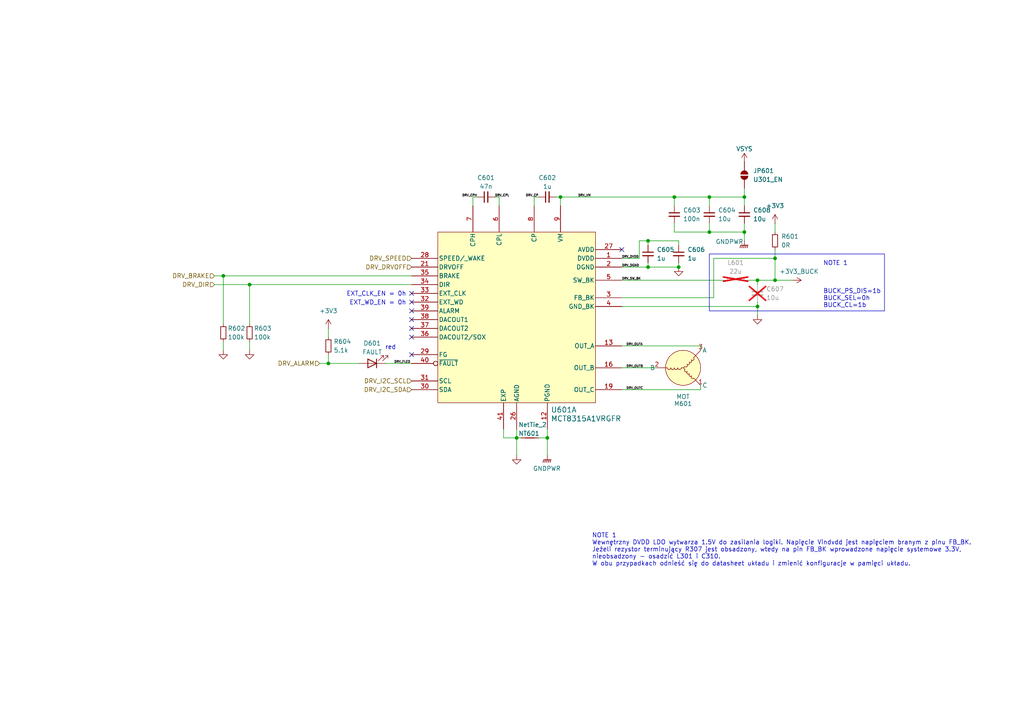
<source format=kicad_sch>
(kicad_sch (version 20231120) (generator "eeschema") (generator_version "8.0")
  (paper "A4")
  (title_block (title " SynchGaze - Motor Control") (date "2024-09-21") (rev "1.0") (company "WM"))
  (lib_symbols
    (symbol "BLDC_Motor:BLDC_Motor"
      (property "Reference" "M" (at 0 6.858 0))
      (symbol "BLDC_Motor_1_1"
        (arc (start -4.062 0.508) (mid -4.4225 0.3599) (end -4.57 0))
        (arc (start -3.554 0) (mid -3.7027 0.3599) (end -4.062 0.508))
        (arc (start -3.044 0.508) (mid -3.4032 0.3592) (end -3.552 0))
        (arc (start -2.536 0) (mid -2.6848 0.3592) (end -3.044 0.508))
        (arc (start -2.028 0.508) (mid -2.3911 0.3614) (end -2.536 0))
        (arc (start -1.52 0) (mid -1.669 0.3578) (end -2.028 0.508))
        (arc (start -1.012 0.508) (mid -1.3725 0.3599) (end -1.52 0))
        (arc (start -0.504 0) (mid -0.6527 0.3599) (end -1.012 0.508))
        (polyline (pts (xy -4.572 0) (xy -7.62 0)))
        (polyline (pts (xy -0.508 0) (xy 0.127 0)))
        (polyline (pts (xy 0.4445 -0.3175) (xy 0.127 0)))
        (polyline (pts (xy 0.508 0.381) (xy 0.127 0)))
        (polyline (pts (xy 3.048 -2.921) (xy 5.08 -5.08)))
        (polyline (pts (xy 3.175 3.048) (xy 5.08 5.08)))
        (circle (center 0 0) (radius 5.08) (fill (type background)))
        (arc (start 0.5715 1.0795) (mid 0.44 0.762) (end 0.5715 0.4445))
        (arc (start 1.143 -1.016) (mid 1.2745 -0.6985) (end 1.143 -0.381))
        (arc (start 1.143 -0.381) (mid 0.8252 -0.2494) (end 0.508 -0.381))
        (arc (start 1.2065 1.0795) (mid 0.889 1.211) (end 0.5715 1.0795))
        (arc (start 1.211 1.712) (mid 1.0799 1.3953) (end 1.211 1.077))
        (arc (start 1.7755 -1.6555) (mid 1.907 -1.338) (end 1.7755 -1.0205))
        (arc (start 1.7755 -1.0205) (mid 1.4579 -0.8891) (end 1.1405 -1.0205))
        (arc (start 1.846 1.712) (mid 1.5285 1.8435) (end 1.211 1.712))
        (arc (start 1.846 2.347) (mid 1.7149 2.0303) (end 1.846 1.712))
        (arc (start 2.4105 -2.2905) (mid 2.542 -1.973) (end 2.4105 -1.6555))
        (arc (start 2.4105 -1.6555) (mid 2.0934 -1.5243) (end 1.7755 -1.6555))
        (arc (start 2.481 2.347) (mid 2.1635 2.4785) (end 1.846 2.347))
        (arc (start 2.481 2.982) (mid 2.3499 2.6653) (end 2.481 2.347))
        (arc (start 3.0455 -2.9255) (mid 3.177 -2.608) (end 3.0455 -2.2905))
        (arc (start 3.0455 -2.2905) (mid 2.7279 -2.1591) (end 2.4105 -2.2905))
        (arc (start 3.116 2.982) (mid 2.7985 3.1135) (end 2.481 2.982))
        (pin power_in line (at 5.08 5.08 0) (length 0) (name "C") (number "1"))
        (pin power_in line (at -7.62 0 180) (length 0) (name "B") (number "2"))
        (pin power_in line (at 5.08 -5.08 0) (length 0) (name "A") (number "3"))
      )
    )
    (symbol "Device:C_Small" (pin_numbers hide) (pin_names (offset 0.254) hide)
      (property "Reference" "C" (at 0.254 1.778 0))
      (property "Value" "C_Small" (at 0.254 -2.032 0))
      (symbol "C_Small_0_1"
        (polyline (pts (xy -1.524 -0.508) (xy 1.524 -0.508)) (stroke (width 0.3302)))
        (polyline (pts (xy -1.524 0.508) (xy 1.524 0.508)) (stroke (width 0.3048)))
      )
      (symbol "C_Small_1_1"
        (pin passive line (at 0 2.54 270) (length 2.032) (name "~") (number "1"))
        (pin passive line (at 0 -2.54 90) (length 2.032) (name "~") (number "2"))
      )
    )
    (symbol "Device:L" (pin_numbers hide) (pin_names (offset 1.016) hide)
      (property "Reference" "L" (at -1.27 0 90))
      (property "Value" "L" (at 1.905 0 90))
      (symbol "L_0_1"
        (arc (start 0 -2.54) (mid 0.6323 -1.905) (end 0 -1.27))
        (arc (start 0 -1.27) (mid 0.6323 -0.635) (end 0 0))
        (arc (start 0 0) (mid 0.6323 0.635) (end 0 1.27))
        (arc (start 0 1.27) (mid 0.6323 1.905) (end 0 2.54))
      )
      (symbol "L_1_1"
        (pin passive line (at 0 3.81 270) (length 1.27) (name "1") (number "1"))
        (pin passive line (at 0 -3.81 90) (length 1.27) (name "2") (number "2"))
      )
    )
    (symbol "Device:LED" (pin_numbers hide) (pin_names (offset 1.016) hide)
      (property "Reference" "D" (at 0 2.54 0))
      (property "Value" "LED" (at 0 -2.54 0))
      (symbol "LED_0_1"
        (polyline (pts (xy -1.27 -1.27) (xy -1.27 1.27)) (stroke (width 0.254)))
        (polyline (pts (xy -1.27 0) (xy 1.27 0)))
        (polyline (pts (xy 1.27 -1.27) (xy 1.27 1.27) (xy -1.27 0) (xy 1.27 -1.27)) (stroke (width 0.254)))
        (polyline (pts (xy -3.048 -0.762) (xy -4.572 -2.286) (xy -3.81 -2.286) (xy -4.572 -2.286) (xy -4.572 -1.524)))
        (polyline (pts (xy -1.778 -0.762) (xy -3.302 -2.286) (xy -2.54 -2.286) (xy -3.302 -2.286) (xy -3.302 -1.524)))
      )
      (symbol "LED_1_1"
        (pin passive line (at -3.81 0 0) (length 2.54) (name "K") (number "1"))
        (pin passive line (at 3.81 0 180) (length 2.54) (name "A") (number "2"))
      )
    )
    (symbol "Device:NetTie_2" (pin_numbers hide) (pin_names (offset 0) hide) (in_bom no)
      (property "Reference" "NT" (at 0 1.27 0))
      (property "Value" "NetTie_2" (at 0 -1.27 0))
      (symbol "NetTie_2_0_1"
        (polyline (pts (xy -1.27 0) (xy 1.27 0)) (stroke (width 0.254)))
      )
      (symbol "NetTie_2_1_1"
        (pin passive line (at -2.54 0 0) (length 2.54) (name "1") (number "1"))
        (pin passive line (at 2.54 0 180) (length 2.54) (name "2") (number "2"))
      )
    )
    (symbol "Device:R_Small" (pin_numbers hide) (pin_names (offset 0.254) hide)
      (property "Reference" "R" (at 0.762 0.508 0))
      (property "Value" "R_Small" (at 0.762 -1.016 0))
      (symbol "R_Small_0_1"
        (rectangle (start -0.762 1.778) (end 0.762 -1.778) (stroke (width 0.2032)))
      )
      (symbol "R_Small_1_1"
        (pin passive line (at 0 2.54 270) (length 0.762) (name "~") (number "1"))
        (pin passive line (at 0 -2.54 90) (length 0.762) (name "~") (number "2"))
      )
    )
    (symbol "Jumper:SolderJumper_2_Open" (pin_numbers hide) (pin_names (offset 0) hide) (exclude_from_sim yes) (in_bom no)
      (property "Reference" "JP" (at 0 2.032 0))
      (property "Value" "SolderJumper_2_Open" (at 0 -2.54 0))
      (symbol "SolderJumper_2_Open_0_1"
        (arc (start -0.254 1.016) (mid -1.2656 0) (end -0.254 -1.016))
        (arc (start -0.254 1.016) (mid -1.2656 0) (end -0.254 -1.016) (fill (type outline)))
        (polyline (pts (xy -0.254 1.016) (xy -0.254 -1.016)))
        (polyline (pts (xy 0.254 1.016) (xy 0.254 -1.016)))
        (arc (start 0.254 -1.016) (mid 1.2656 0) (end 0.254 1.016))
        (arc (start 0.254 -1.016) (mid 1.2656 0) (end 0.254 1.016) (fill (type outline)))
      )
      (symbol "SolderJumper_2_Open_1_1"
        (pin passive line (at -3.81 0 0) (length 2.54) (name "A") (number "1"))
        (pin passive line (at 3.81 0 180) (length 2.54) (name "B") (number "2"))
      )
    )
    (symbol "MCT8315A1VRGFR:MCT8315A1VRGFR" (pin_names (offset 0.254))
      (property "Reference" "U" (at 12.7 34.29 0))
      (property "Value" "MCT8315A1VRGFR" (at 0.762 35.56 0))
      (symbol "MCT8315A1VRGFR_1_1"
        (rectangle (start -22.86 21.59) (end 22.86 -27.94) (fill (type background)))
        (pin power_in line (at 30.48 13.97 180) (length 7.62) (name "DVDD") (number "1"))
        (pin power_in line (at 12.7 29.21 270) (length 7.62) hide (name "VM") (number "10"))
        (pin power_in line (at 12.7 29.21 270) (length 7.62) hide (name "VM") (number "11"))
        (pin power_out line (at 8.89 -35.56 90) (length 7.62) (name "PGND") (number "12"))
        (pin output line (at 30.48 -11.43 180) (length 7.62) (name "OUT_A") (number "13"))
        (pin output line (at 30.48 -11.43 180) (length 7.62) hide (name "OUT_A") (number "14"))
        (pin power_out line (at 8.89 -35.56 90) (length 7.62) hide (name "PGND") (number "15"))
        (pin output line (at 30.48 -17.78 180) (length 7.62) (name "OUT_B") (number "16"))
        (pin output line (at 30.48 -17.78 180) (length 7.62) hide (name "OUT_B") (number "17"))
        (pin power_out line (at 8.89 -35.56 90) (length 7.62) hide (name "PGND") (number "18"))
        (pin output line (at 30.48 -24.13 180) (length 7.62) (name "OUT_C") (number "19"))
        (pin power_out line (at 30.48 11.43 180) (length 7.62) (name "DGND") (number "2"))
        (pin output line (at 30.48 -24.13 180) (length 7.62) hide (name "OUT_C") (number "20"))
        (pin input line (at -30.48 11.43 0) (length 7.62) (name "DRVOFF") (number "21"))
        (pin no_connect line (at 15.24 -35.56 90) (length 7.62) hide (name "NC") (number "22"))
        (pin no_connect line (at 15.24 -35.56 90) (length 7.62) hide (name "NC") (number "23"))
        (pin no_connect line (at 15.24 -35.56 90) (length 7.62) hide (name "NC") (number "24"))
        (pin no_connect line (at 15.24 -35.56 90) (length 7.62) hide (name "NC") (number "25"))
        (pin power_out line (at 0 -35.56 90) (length 7.62) (name "AGND") (number "26"))
        (pin power_out line (at 30.48 16.51 180) (length 7.62) (name "AVDD") (number "27"))
        (pin input line (at -30.48 13.97 0) (length 7.62) (name "SPEED/_WAKE") (number "28"))
        (pin output line (at -30.48 -13.97 0) (length 7.62) (name "FG") (number "29"))
        (pin bidirectional line (at 30.48 2.54 180) (length 7.62) (name "FB_BK") (number "3"))
        (pin bidirectional line (at -30.48 -24.13 0) (length 7.62) (name "SDA") (number "30"))
        (pin input line (at -30.48 -21.59 0) (length 7.62) (name "SCL") (number "31"))
        (pin power_in line (at -30.48 1.27 0) (length 7.62) (name "EXT_WD") (number "32"))
        (pin input line (at -30.48 3.81 0) (length 7.62) (name "EXT_CLK") (number "33"))
        (pin input line (at -30.48 6.35 0) (length 7.62) (name "DIR") (number "34"))
        (pin input line (at -30.48 8.89 0) (length 7.62) (name "BRAKE") (number "35"))
        (pin output line (at -30.48 -8.89 0) (length 7.62) (name "DACOUT2/SOX") (number "36"))
        (pin output line (at -30.48 -6.35 0) (length 7.62) (name "DACOUT2") (number "37"))
        (pin output line (at -30.48 -3.81 0) (length 7.62) (name "DACOUT1") (number "38"))
        (pin output line (at -30.48 -1.27 0) (length 7.62) (name "ALARM") (number "39"))
        (pin power_out line (at 30.48 0 180) (length 7.62) (name "GND_BK") (number "4"))
        (pin output inverted (at -30.48 -16.51 0) (length 7.62) (name "~{FAULT}") (number "40"))
        (pin power_out line (at -3.81 -35.56 90) (length 7.62) (name "EXP") (number "41"))
        (pin power_in line (at 30.48 7.62 180) (length 7.62) (name "SW_BK") (number "5"))
        (pin input line (at -5.08 29.21 270) (length 7.62) (name "CPL") (number "6"))
        (pin power_in line (at -12.7 29.21 270) (length 7.62) (name "CPH") (number "7"))
        (pin power_in line (at 5.08 29.21 270) (length 7.62) (name "CP") (number "8"))
        (pin power_in line (at 12.7 29.21 270) (length 7.62) (name "VM") (number "9"))
      )
      (symbol "MCT8315A1VRGFR_2_1"
        (polyline (pts (xy 7.62 -45.72) (xy 33.02 -45.72)) (stroke (width 0.127)))
        (polyline (pts (xy 7.62 5.08) (xy 7.62 -45.72)) (stroke (width 0.127)))
        (polyline (pts (xy 33.02 -45.72) (xy 33.02 5.08)) (stroke (width 0.127)))
        (polyline (pts (xy 33.02 5.08) (xy 7.62 5.08)) (stroke (width 0.127)))
        (pin power_in line (at 0 -12.7 0) (length 7.62) (name "DVDD") (number "1"))
        (pin power_out line (at 0 -35.56 0) (length 7.62) (name "PGND") (number "12"))
        (pin power_out line (at 0 -38.1 0) (length 7.62) (name "PGND") (number "15"))
        (pin power_out line (at 0 -40.64 0) (length 7.62) (name "PGND") (number "18"))
        (pin power_out line (at 0 -25.4 0) (length 7.62) (name "DGND") (number "2"))
        (pin no_connect line (at 0 0 0) (length 7.62) (name "NC") (number "22"))
        (pin no_connect line (at 0 -2.54 0) (length 7.62) (name "NC") (number "23"))
        (pin no_connect line (at 0 -5.08 0) (length 7.62) (name "NC") (number "24"))
        (pin no_connect line (at 0 -7.62 0) (length 7.62) (name "NC") (number "25"))
        (pin power_out line (at 0 -17.78 0) (length 7.62) (name "AGND") (number "26"))
        (pin power_in line (at 0 -10.16 0) (length 7.62) (name "AVDD") (number "27"))
        (pin power_out line (at 0 -30.48 0) (length 7.62) (name "GND_BK") (number "4"))
        (pin power_out line (at 0 -20.32 0) (length 7.62) (name "AGND") (number "41"))
      )
    )
    (symbol "power:+3V3" (power) (pin_numbers hide) (pin_names (offset 0) hide)
      (property "Value" "+3V3" (at 0 3.556 0))
      (symbol "+3V3_0_1"
        (polyline (pts (xy -0.762 1.27) (xy 0 2.54)))
        (polyline (pts (xy 0 0) (xy 0 2.54)))
        (polyline (pts (xy 0 2.54) (xy 0.762 1.27)))
      )
      (symbol "+3V3_1_1"
        (pin power_in line (at 0 0 90) (length 0) (name "~") (number "1"))
      )
    )
    (symbol "power:+6V" (power) (pin_numbers hide) (pin_names (offset 0) hide)
      (property "Value" "+6V" (at 0 3.556 0))
      (symbol "+6V_0_1"
        (polyline (pts (xy -0.762 1.27) (xy 0 2.54)))
        (polyline (pts (xy 0 0) (xy 0 2.54)))
        (polyline (pts (xy 0 2.54) (xy 0.762 1.27)))
      )
      (symbol "+6V_1_1"
        (pin power_in line (at 0 0 90) (length 0) (name "~") (number "1"))
      )
    )
    (symbol "power:GND" (power) (pin_numbers hide) (pin_names (offset 0) hide)
      (property "Value" "GND" (at 0 -3.81 0))
      (symbol "GND_0_1"
        (polyline (pts (xy 0 0) (xy 0 -1.27) (xy 1.27 -1.27) (xy 0 -2.54) (xy -1.27 -1.27) (xy 0 -1.27)))
      )
      (symbol "GND_1_1"
        (pin power_in line (at 0 0 270) (length 0) (name "~") (number "1"))
      )
    )
    (symbol "power:GNDPWR" (power) (pin_numbers hide) (pin_names (offset 0) hide)
      (property "Value" "GNDPWR" (at 0 -3.302 0))
      (symbol "GNDPWR_0_1"
        (polyline (pts (xy 0 -1.27) (xy 0 0)))
        (polyline (pts (xy -1.016 -1.27) (xy -1.27 -2.032) (xy -1.27 -2.032)) (stroke (width 0.2032)))
        (polyline (pts (xy -0.508 -1.27) (xy -0.762 -2.032) (xy -0.762 -2.032)) (stroke (width 0.2032)))
        (polyline (pts (xy 0 -1.27) (xy -0.254 -2.032) (xy -0.254 -2.032)) (stroke (width 0.2032)))
        (polyline (pts (xy 0.508 -1.27) (xy 0.254 -2.032) (xy 0.254 -2.032)) (stroke (width 0.2032)))
        (polyline (pts (xy 1.016 -1.27) (xy -1.016 -1.27) (xy -1.016 -1.27)) (stroke (width 0.2032)))
        (polyline (pts (xy 1.016 -1.27) (xy 0.762 -2.032) (xy 0.762 -2.032) (xy 0.762 -2.032)) (stroke (width 0.2032)))
      )
      (symbol "GNDPWR_1_1"
        (pin power_in line (at 0 0 270) (length 0) (name "~") (number "1"))
      )
    )
  )
  (junction (at 215.9 67.31))
  (junction (at 219.71 81.28))
  (junction (at 195.58 57.15))
  (junction (at 205.74 67.31))
  (junction (at 158.75 127))
  (junction (at 224.79 81.28))
  (junction (at 162.56 57.15))
  (junction (at 64.77 80.01))
  (junction (at 205.74 57.15))
  (junction (at 219.71 88.9))
  (junction (at 187.96 77.47))
  (junction (at 72.39 82.55))
  (junction (at 95.25 105.41))
  (junction (at 149.86 127))
  (junction (at 224.79 74.93))
  (junction (at 215.9 57.15))
  (junction (at 196.85 77.47))
  (junction (at 187.96 69.85))
  (no_connect (at 119.38 85.09))
  (no_connect (at 119.38 97.79))
  (no_connect (at 119.38 102.87))
  (no_connect (at 180.34 72.39))
  (no_connect (at 119.38 87.63))
  (no_connect (at 119.38 90.17))
  (no_connect (at 119.38 95.25))
  (no_connect (at 119.38 92.71))
  (wire (pts (xy 62.23 80.01) (xy 64.77 80.01)))
  (wire (pts (xy 72.39 82.55) (xy 119.38 82.55)))
  (wire (pts (xy 196.85 69.85) (xy 196.85 71.12)))
  (wire (pts (xy 64.77 80.01) (xy 119.38 80.01)))
  (wire (pts (xy 72.39 101.6) (xy 72.39 99.06)))
  (wire (pts (xy 185.42 74.93) (xy 185.42 69.85)))
  (wire (pts (xy 219.71 88.9) (xy 219.71 91.44)))
  (wire (pts (xy 224.79 72.39) (xy 224.79 74.93)))
  (wire (pts (xy 180.34 100.33) (xy 203.2 100.33)))
  (wire (pts (xy 195.58 67.31) (xy 205.74 67.31)))
  (wire (pts (xy 143.51 57.15) (xy 144.78 57.15)))
  (wire (pts (xy 154.94 57.15) (xy 156.21 57.15)))
  (wire (pts (xy 195.58 59.69) (xy 195.58 57.15)))
  (wire (pts (xy 205.74 67.31) (xy 205.74 64.77)))
  (wire (pts (xy 217.17 81.28) (xy 219.71 81.28)))
  (wire (pts (xy 72.39 82.55) (xy 72.39 93.98)))
  (wire (pts (xy 64.77 80.01) (xy 64.77 93.98)))
  (wire (pts (xy 187.96 76.2) (xy 187.96 77.47)))
  (wire (pts (xy 180.34 81.28) (xy 209.55 81.28)))
  (wire (pts (xy 180.34 106.68) (xy 190.5 106.68)))
  (wire (pts (xy 95.25 105.41) (xy 104.14 105.41)))
  (wire (pts (xy 138.43 57.15) (xy 137.16 57.15)))
  (wire (pts (xy 224.79 74.93) (xy 224.79 81.28)))
  (wire (pts (xy 215.9 67.31) (xy 205.74 67.31)))
  (wire (pts (xy 149.86 127) (xy 149.86 124.46)))
  (wire (pts (xy 137.16 57.15) (xy 137.16 59.69)))
  (wire (pts (xy 215.9 69.85) (xy 215.9 67.31)))
  (wire (pts (xy 207.01 86.36) (xy 207.01 74.93)))
  (wire (pts (xy 162.56 57.15) (xy 162.56 59.69)))
  (wire (pts (xy 154.94 59.69) (xy 154.94 57.15)))
  (wire (pts (xy 158.75 127) (xy 158.75 132.08)))
  (wire (pts (xy 161.29 57.15) (xy 162.56 57.15)))
  (wire (pts (xy 219.71 81.28) (xy 224.79 81.28)))
  (wire (pts (xy 219.71 81.28) (xy 219.71 82.55)))
  (wire (pts (xy 158.75 124.46) (xy 158.75 127)))
  (wire (pts (xy 215.9 57.15) (xy 205.74 57.15)))
  (wire (pts (xy 156.21 127) (xy 158.75 127)))
  (wire (pts (xy 207.01 74.93) (xy 224.79 74.93)))
  (wire (pts (xy 180.34 74.93) (xy 185.42 74.93)))
  (wire (pts (xy 219.71 87.63) (xy 219.71 88.9)))
  (wire (pts (xy 224.79 81.28) (xy 229.87 81.28)))
  (wire (pts (xy 95.25 102.87) (xy 95.25 105.41)))
  (wire (pts (xy 187.96 77.47) (xy 196.85 77.47)))
  (wire (pts (xy 149.86 127) (xy 149.86 132.08)))
  (wire (pts (xy 195.58 64.77) (xy 195.58 67.31)))
  (wire (pts (xy 151.13 127) (xy 149.86 127)))
  (wire (pts (xy 146.05 124.46) (xy 146.05 127)))
  (wire (pts (xy 205.74 59.69) (xy 205.74 57.15)))
  (wire (pts (xy 95.25 95.25) (xy 95.25 97.79)))
  (wire (pts (xy 64.77 101.6) (xy 64.77 99.06)))
  (wire (pts (xy 215.9 59.69) (xy 215.9 57.15)))
  (wire (pts (xy 203.2 111.76) (xy 203.2 113.03)))
  (wire (pts (xy 111.76 105.41) (xy 119.38 105.41)))
  (wire (pts (xy 185.42 69.85) (xy 187.96 69.85)))
  (wire (pts (xy 180.34 86.36) (xy 207.01 86.36)))
  (wire (pts (xy 92.71 105.41) (xy 95.25 105.41)))
  (wire (pts (xy 162.56 57.15) (xy 195.58 57.15)))
  (wire (pts (xy 187.96 69.85) (xy 196.85 69.85)))
  (wire (pts (xy 62.23 82.55) (xy 72.39 82.55)))
  (wire (pts (xy 195.58 57.15) (xy 205.74 57.15)))
  (wire (pts (xy 187.96 69.85) (xy 187.96 71.12)))
  (wire (pts (xy 215.9 64.77) (xy 215.9 67.31)))
  (wire (pts (xy 146.05 127) (xy 149.86 127)))
  (wire (pts (xy 180.34 88.9) (xy 219.71 88.9)))
  (wire (pts (xy 224.79 64.77) (xy 224.79 67.31)))
  (wire (pts (xy 180.34 77.47) (xy 187.96 77.47)))
  (wire (pts (xy 144.78 57.15) (xy 144.78 59.69)))
  (wire (pts (xy 180.34 113.03) (xy 203.2 113.03)))
  (wire (pts (xy 203.2 100.33) (xy 203.2 101.6)))
  (wire (pts (xy 196.85 77.47) (xy 196.85 76.2)))
  (wire (pts (xy 215.9 54.61) (xy 215.9 57.15)))
  (rectangle (start 205.74 73.66) (end 256.54 90.17))
  (text "EXT_CLK_EN = 0h" (at 117.856 85.344 0) (effects (font (size 1.27 1.27)) (justify right)))
  (text "NOTE 1\nWewnętrzny DVDD LDO wytwarza 1.5V do zasilania logiki. Napięcie Vindvdd jest napięciem branym z pinu FB_BK.\nJeżeli rezystor terminujący R307 jest obsadzony, wtedy na pin FB_BK wprowadzone napięcie systemowe 3.3V,\nnieobsadzony - osadzić L301 i C310.\nW obu przypadkach odnieść się do datasheet układu i zmienić konfiguracje w pamięci układu." (at 171.704 159.512 0) (effects (font (size 1.27 1.27)) (justify left)))
  (text "BUCK_PS_DIS=1b" (at 238.76 84.582 0) (effects (font (size 1.27 1.27)) (justify left)))
  (text "red" (at 113.284 100.838 0) (effects (font (size 1.27 1.27))))
  (text "BUCK_CL=1b" (at 238.76 88.646 0) (effects (font (size 1.27 1.27)) (justify left)))
  (text "BUCK_SEL=0h" (at 238.76 86.614 0) (effects (font (size 1.27 1.27)) (justify left)))
  (text "EXT_WD_EN = 0h" (at 117.856 87.884 0) (effects (font (size 1.27 1.27)) (justify right)))
  (text "NOTE 1" (at 238.76 76.454 0) (effects (font (size 1.27 1.27)) (justify left)))
  (label "DRV_FLED" (at 114.3 105.41 0) (effects (font (size 0.635 0.635))))
  (label "DRV_CP" (at 156.21 57.15 180) (effects (font (size 0.635 0.635))))
  (label "DRV_SW_BK" (at 180.34 81.28 0) (effects (font (size 0.635 0.635))))
  (label "DRV_VM" (at 167.64 57.15 0) (effects (font (size 0.635 0.635))))
  (label "DRV_OUTA" (at 181.61 100.33 0) (effects (font (size 0.635 0.635))))
  (label "DRV_CPH" (at 138.43 57.15 180) (effects (font (size 0.635 0.635))))
  (label "DRV_OUTB" (at 181.61 106.68 0) (effects (font (size 0.635 0.635))))
  (label "DRV_DVDD" (at 180.34 74.93 0) (effects (font (size 0.635 0.635))))
  (label "DRV_DGND" (at 180.34 77.47 0) (effects (font (size 0.635 0.635))))
  (label "DRV_OUTC" (at 181.61 113.03 0) (effects (font (size 0.635 0.635))))
  (label "DRV_CPL" (at 143.51 57.15 0) (effects (font (size 0.635 0.635))))
  (hierarchical_label "DRV_ALARM" (shape input) (at 92.71 105.41 180))
  (hierarchical_label "DRV_DIR" (shape input) (at 62.23 82.55 180))
  (hierarchical_label "DRV_I2C_SDA" (shape input) (at 119.38 113.03 180))
  (hierarchical_label "DRV_I2C_SCL" (shape input) (at 119.38 110.49 180))
  (hierarchical_label "DRV_SPEED" (shape input) (at 119.38 74.93 180))
  (hierarchical_label "DRV_DRVOFF" (shape input) (at 119.38 77.47 180))
  (hierarchical_label "DRV_BRAKE" (shape input) (at 62.23 80.01 180))
  (symbol (lib_id "power:GND") (at 72.39 101.6 0) (unit 1)
    (property "Reference" "#PWR0608" (effects (hide yes)))
    (property "Value" "GND" (effects (hide yes)))
    (property "Description" "Power symbol creates a global label with name \"GND\" , ground" (effects (hide yes)))
    (instances (project "POV_Motor_crtl" (path "" (reference "#PWR0608") (unit 1)) (path "" (reference "#PWR0308") (unit 1)) (path "" (reference "#PWR0509") (unit 1))))
  )
  (symbol (lib_id "Device:C_Small") (at 195.58 62.23 0) (unit 1)
    (property "Reference" "C603" (at 198.12 60.9662 0) (effects (justify left)))
    (property "Value" "100n" (at 198.12 63.5062 0) (effects (justify left)))
    (property "Footprint" "Capacitor_SMD:C_0402_1005Metric" (effects (hide yes)))
    (property "Description" "Unpolarized capacitor, small symbol" (effects (hide yes)))
    (property "Mouser" "https://www.mouser.pl/ProductDetail/Samsung-Electro-Mechanics/CL05B104JO5NNNC?qs=X6jEic%2FHinBQuzCETW%2FVcw%3D%3D" (effects (hide yes)))
    (property "Manufacturer" "Samsung Electro-Mechanics" (effects (hide yes)))
    (property "Manufacturer Part Number" "CL05B104JO5NNNC" (effects (hide yes)))
    (instances (project "POV_Motor_crtl" (path "" (reference "C603") (unit 1)) (path "" (reference "C303") (unit 1)) (path "" (reference "C503") (unit 1))))
  )
  (symbol (lib_id "Device:C_Small") (at 215.9 62.23 0) (unit 1)
    (property "Reference" "C608" (at 218.44 60.9662 0) (effects (justify left)))
    (property "Value" "10u" (at 218.44 63.5062 0) (effects (justify left)))
    (property "Footprint" "Capacitor_SMD:C_1206_3216Metric" (effects (hide yes)))
    (property "Description" "Unpolarized capacitor, small symbol" (effects (hide yes)))
    (property "Manufacturer" "Samsung Electro-Mechanics" (effects (hide yes)))
    (property "Manufacturer Part Number" "CL31B106KAHNFNE" (effects (hide yes)))
    (property "Mouser" "https://www.mouser.pl/ProductDetail/Samsung-Electro-Mechanics/CL31B106KAHNFNE?qs=xZ%2FP%252Ba9zWqbvZ%2FuLWvQDdQ%3D%3D" (effects (hide yes)))
    (instances (project "POV_Motor_crtl" (path "" (reference "C608") (unit 1)) (path "" (reference "C308") (unit 1)) (path "" (reference "C505") (unit 1))))
  )
  (symbol (lib_id "Device:R_Small") (at 64.77 96.52 0) (mirror y) (unit 1)
    (property "Reference" "R602" (at 66.04 95.25 0) (effects (justify right)))
    (property "Value" "100k" (at 66.04 97.79 0) (effects (justify right)))
    (property "Footprint" "Resistor_SMD:R_0402_1005Metric" (effects (hide yes)))
    (property "Description" "Resistor, small symbol" (effects (hide yes)))
    (property "Manufacturer" "Walsin" (effects (hide yes)))
    (property "Manufacturer Part Number" "WR04X104 JTL" (effects (hide yes)))
    (property "Mouser" "https://www.mouser.pl/ProductDetail/Walsin/WR04X104-JTL?qs=1w%252B2sDiFrrF3PzIH6ZC8tw%3D%3D" (effects (hide yes)))
    (instances (project "POV_Motor_crtl" (path "" (reference "R602") (unit 1)) (path "" (reference "R302") (unit 1)) (path "" (reference "R502") (unit 1))))
  )
  (symbol (lib_id "power:+3V3") (at 229.87 81.28 270) (unit 1)
    (property "Reference" "#PWR0604" (effects (hide yes)))
    (property "Value" "+3V3_BUCK" (at 226.06 78.74 90) (effects (justify left)))
    (property "Description" "Power symbol creates a global label with name \"+3V3\"" (effects (hide yes)))
    (instances (project "POV_Motor_crtl" (path "" (reference "#PWR0604") (unit 1)) (path "" (reference "#PWR0304") (unit 1)) (path "" (reference "#PWR0505") (unit 1))))
  )
  (symbol (lib_id "power:GND") (at 64.77 101.6 0) (unit 1)
    (property "Reference" "#PWR0607" (effects (hide yes)))
    (property "Value" "GND" (effects (hide yes)))
    (property "Description" "Power symbol creates a global label with name \"GND\" , ground" (effects (hide yes)))
    (instances (project "POV_Motor_crtl" (path "" (reference "#PWR0607") (unit 1)) (path "" (reference "#PWR0307") (unit 1)) (path "" (reference "#PWR0508") (unit 1))))
  )
  (symbol (lib_id "Device:R_Small") (at 95.25 100.33 0) (unit 1)
    (property "Reference" "R604" (at 96.774 99.06 0) (effects (justify left)))
    (property "Value" "5.1k" (at 96.774 101.6 0) (effects (justify left)))
    (property "Footprint" "Resistor_SMD:R_0402_1005Metric" (effects (hide yes)))
    (property "Description" "Resistor, small symbol" (effects (hide yes)))
    (property "Manufacturer" "YAGEO" (effects (hide yes)))
    (property "Manufacturer Part Number" "RT0402FRE075K1L" (effects (hide yes)))
    (property "Mouser" "https://www.mouser.pl/ProductDetail/YAGEO/RT0402FRE075K1L?qs=sGAEpiMZZMvdGkrng054t%252BSYh%252B1gqt956ckdaAkf6p8%3D" (effects (hide yes)))
    (instances (project "POV_Motor_crtl" (path "" (reference "R604") (unit 1)) (path "" (reference "R304") (unit 1)) (path "" (reference "R504") (unit 1))))
  )
  (symbol (lib_id "Device:NetTie_2") (at 153.67 127 0) (mirror y) (unit 1) (in_bom no)
    (property "Reference" "NT601" (at 150.368 125.73 0) (effects (justify right)))
    (property "Value" "NetTie_2" (at 150.368 123.19 0) (effects (justify right)))
    (property "Footprint" "NetTieMy:NetTie_2_0.4mm" (effects (hide yes)))
    (property "Description" "Net tie, 2 pins" (effects (hide yes)))
    (instances (project "POV_Motor_crtl" (path "" (reference "NT601") (unit 1)) (path "" (reference "NT301") (unit 1)) (path "" (reference "NT501") (unit 1))))
  )
  (symbol (lib_id "Device:C_Small") (at 219.71 85.09 0) (unit 1) (in_bom no) (dnp yes)
    (property "Reference" "C607" (at 222.25 83.8262 0) (effects (justify left)))
    (property "Value" "10u" (at 222.25 86.3662 0) (effects (justify left)))
    (property "Footprint" "Capacitor_SMD:C_0402_1005Metric" (effects (hide yes)))
    (property "Description" "Unpolarized capacitor, small symbol" (effects (hide yes)))
    (property "Manufacturer" "Murata Electronics" (effects (hide yes)))
    (property "Manufacturer Part Number" "GRM155R61A106ME11J" (effects (hide yes)))
    (property "Mouser" "https://www.mouser.pl/ProductDetail/Murata-Electronics/GRM155R61A106ME11J?qs=xZ%2FP%252Ba9zWqYqQ%2Fc%2FSDBphQ%3D%3D" (effects (hide yes)))
    (instances (project "POV_Motor_crtl" (path "" (reference "C607") (unit 1)) (path "" (reference "C307") (unit 1)) (path "" (reference "C508") (unit 1))))
  )
  (symbol (lib_id "Device:LED") (at 107.95 105.41 180) (unit 1)
    (property "Reference" "D601" (at 107.95 99.568 0))
    (property "Value" "FAULT" (at 107.95 102.108 0))
    (property "Footprint" "LED_SMD:LED_0603_1608Metric" (effects (hide yes)))
    (property "Description" "Light emitting diode" (effects (hide yes)))
    (property "Manufacturer" "ROHM Semiconductor" (effects (hide yes)))
    (property "Manufacturer Part Number" "SML-D12U1WT86" (effects (hide yes)))
    (property "Mouser" "https://www.mouser.pl/ProductDetail/ROHM-Semiconductor/SML-D12U1WT86?qs=M3jcYzEJUdEySuGkbjHEtQ%3D%3D" (effects (hide yes)))
    (instances (project "POV_Motor_crtl" (path "" (reference "D601") (unit 1)) (path "" (reference "D301") (unit 1)) (path "" (reference "D501") (unit 1))))
  )
  (symbol (lib_id "MCT8315A1VRGFR:MCT8315A1VRGFR") (at 149.86 88.9 0) (unit 1)
    (property "Reference" "U601" (at 159.766 118.872 0) (effects (font (size 1.524 1.524)) (justify left)))
    (property "Value" "MCT8315A1VRGFR" (at 159.766 121.412 0) (effects (font (size 1.524 1.524)) (justify left)))
    (property "Footprint" "MCT8315A1VRGFR:VQFN40_RGF_TEX_MCT8315A1VRGFR" (effects (hide yes)))
    (property "Datasheet" "https://www.ti.com/lit/ds/symlink/mct8315a.pdf?ts=1721889725547&ref_url=https%253A%252F%252Fwww.mouser.pl%252F" (effects (hide yes)))
    (property "Mouser" "https://www.mouser.pl/ProductDetail/Texas-Instruments/MCT8315A1VRGFR?qs=rQFj71Wb1eWMS0CmvpnEcQ%3D%3D" (effects (hide yes)))
    (property "Manufacturer" "Texas Instruments" (effects (hide yes)))
    (property "Manufacturer Part Number" "MCT8315A1VRGFR" (effects (hide yes)))
    (instances (project "POV_Motor_crtl" (path "" (reference "U601") (unit 1)) (path "" (reference "U301") (unit 1)) (path "" (reference "U501") (unit 1))))
  )
  (symbol (lib_id "Device:L") (at 213.36 81.28 90) (unit 1) (in_bom no) (dnp yes)
    (property "Reference" "L601" (at 213.36 76.2 90))
    (property "Value" "22u" (at 213.36 78.74 90))
    (property "Footprint" "Inductor_SMD:L_1210_3225Metric" (effects (hide yes)))
    (property "Description" "Inductor" (effects (hide yes)))
    (property "Manufacturer" "TAIYO YUDEN" (effects (hide yes)))
    (property "Manufacturer Part Number" " CBC3225T220MR" (effects (hide yes)))
    (property "Mouser" "https://www.mouser.pl/ProductDetail/TAIYO-YUDEN/CBC3225T220MR?qs=I6KAKw0tg2wNahUfudW2%252BA%3D%3D" (effects (hide yes)))
    (instances (project "POV_Motor_crtl" (path "" (reference "L601") (unit 1)) (path "" (reference "L301") (unit 1)) (path "" (reference "L501") (unit 1))))
  )
  (symbol (lib_id "power:GND") (at 219.71 91.44 0) (unit 1)
    (property "Reference" "#PWR0605" (effects (hide yes)))
    (property "Value" "GND" (effects (hide yes)))
    (property "Description" "Power symbol creates a global label with name \"GND\" , ground" (effects (hide yes)))
    (instances (project "POV_Motor_crtl" (path "" (reference "#PWR0605") (unit 1)) (path "" (reference "#PWR0305") (unit 1)) (path "" (reference "#PWR0506") (unit 1))))
  )
  (symbol (lib_id "power:GND") (at 196.85 77.47 0) (unit 1)
    (property "Reference" "#PWR0611" (effects (hide yes)))
    (property "Value" "GND" (effects (hide yes)))
    (property "Description" "Power symbol creates a global label with name \"GND\" , ground" (effects (hide yes)))
    (instances (project "POV_Motor_crtl" (path "" (reference "#PWR0611") (unit 1)) (path "" (reference "#PWR0311") (unit 1)) (path "" (reference "#PWR0504") (unit 1))))
  )
  (symbol (lib_id "Device:C_Small") (at 140.97 57.15 90) (unit 1)
    (property "Reference" "C601" (at 140.97 51.562 90))
    (property "Value" "47n" (at 140.97 54.102 90))
    (property "Footprint" "Capacitor_SMD:C_0402_1005Metric" (effects (hide yes)))
    (property "Description" "Unpolarized capacitor, small symbol" (effects (hide yes)))
    (property "Manufacturer" "Murata Electronics" (effects (hide yes)))
    (property "Manufacturer Part Number" "GRT155R71E473KE01D" (effects (hide yes)))
    (property "Mouser" "https://www.mouser.pl/ProductDetail/Murata-Electronics/GRT155R71E473KE01D?qs=qkDYIeTQ%252BEnvc93AN1uPig%3D%3D" (effects (hide yes)))
    (instances (project "POV_Motor_crtl" (path "" (reference "C601") (unit 1)) (path "" (reference "C301") (unit 1)) (path "" (reference "C501") (unit 1))))
  )
  (symbol (lib_id "Device:C_Small") (at 158.75 57.15 90) (unit 1)
    (property "Reference" "C602" (at 158.75 51.562 90))
    (property "Value" "1u" (at 158.75 54.102 90))
    (property "Footprint" "Capacitor_SMD:C_0402_1005Metric" (effects (hide yes)))
    (property "Description" "Unpolarized capacitor, small symbol" (effects (hide yes)))
    (property "Manufacturer" "Murata Electronics" (effects (hide yes)))
    (property "Manufacturer Part Number" "GRM155R61E105KA12J" (effects (hide yes)))
    (property "Mouser" "https://www.mouser.pl/ProductDetail/Murata-Electronics/GRM155R61E105KA12J?qs=hNud%2FORuBR3DHuML3LLegw%3D%3D" (effects (hide yes)))
    (instances (project "POV_Motor_crtl" (path "" (reference "C602") (unit 1)) (path "" (reference "C302") (unit 1)) (path "" (reference "C502") (unit 1))))
  )
  (symbol (lib_id "power:+3V3") (at 224.79 64.77 0) (unit 1)
    (property "Reference" "#PWR0602" (effects (hide yes)))
    (property "Value" "+3V3" (at 224.79 59.69 0))
    (property "Description" "Power symbol creates a global label with name \"+3V3\"" (effects (hide yes)))
    (instances (project "POV_Motor_crtl" (path "" (reference "#PWR0602") (unit 1)) (path "" (reference "#PWR0302") (unit 1)) (path "" (reference "#PWR0502") (unit 1))))
  )
  (symbol (lib_id "power:+3V3") (at 95.25 95.25 0) (unit 1)
    (property "Reference" "#PWR0606" (effects (hide yes)))
    (property "Value" "+3V3" (at 95.25 90.17 0))
    (property "Description" "Power symbol creates a global label with name \"+3V3\"" (effects (hide yes)))
    (instances (project "POV_Motor_crtl" (path "" (reference "#PWR0606") (unit 1)) (path "" (reference "#PWR0306") (unit 1)) (path "" (reference "#PWR0507") (unit 1))))
  )
  (symbol (lib_id "Device:C_Small") (at 205.74 62.23 0) (unit 1)
    (property "Reference" "C604" (at 208.28 60.9662 0) (effects (justify left)))
    (property "Value" "10u" (at 208.28 63.5062 0) (effects (justify left)))
    (property "Footprint" "Capacitor_SMD:C_1206_3216Metric" (effects (hide yes)))
    (property "Description" "Unpolarized capacitor, small symbol" (effects (hide yes)))
    (property "Manufacturer" "Samsung Electro-Mechanics" (effects (hide yes)))
    (property "Manufacturer Part Number" "CL31B106KAHNFNE" (effects (hide yes)))
    (property "Mouser" "https://www.mouser.pl/ProductDetail/Samsung-Electro-Mechanics/CL31B106KAHNFNE?qs=xZ%2FP%252Ba9zWqbvZ%2FuLWvQDdQ%3D%3D" (effects (hide yes)))
    (instances (project "POV_Motor_crtl" (path "" (reference "C604") (unit 1)) (path "" (reference "C304") (unit 1)) (path "" (reference "C504") (unit 1))))
  )
  (symbol (lib_id "BLDC_Motor:BLDC_Motor") (at 198.12 106.68 0) (mirror x) (unit 1)
    (property "Reference" "M601" (at 198.12 117.094 0))
    (property "Value" "MOT" (at 198.12 115.062 0))
    (property "Footprint" "15EDGVC-3-5-03P:15EDGVC-3-5-03P" (effects (hide yes)))
    (property "Datasheet" "https://www.tme.eu/Document/83e7173fe653a2d0e44585e87978945b/opr014R8.pdf" (effects (hide yes)))
    (property "Description" "Degson connector 3 pin + plug" (effects (hide yes)))
    (property "TME" "https://www.tme.eu/pl/details/15edgvc-3.5-03p/listwy-zaciskowe-rozlaczalne/degson-electronics/15edgvc-3-5-03p-14-00a-h/" (effects (hide yes)))
    (property "TME addon" "https://www.tme.eu/pl/details/15edgk-3.5_3p/listwy-zaciskowe-rozlaczalne/degson-electronics/15edgk-3-5-03p-14-00ah/" (effects (hide yes)))
    (instances (project "POV_Motor_crtl" (path "" (reference "M601") (unit 1)) (path "" (reference "M301") (unit 1)) (path "" (reference "M501") (unit 1))))
  )
  (symbol (lib_id "Device:C_Small") (at 196.85 73.66 0) (unit 1)
    (property "Reference" "C606" (at 199.39 72.3962 0) (effects (justify left)))
    (property "Value" "1u" (at 199.39 74.9362 0) (effects (justify left)))
    (property "Footprint" "Capacitor_SMD:C_0402_1005Metric" (effects (hide yes)))
    (property "Description" "Unpolarized capacitor, small symbol" (effects (hide yes)))
    (property "Mouser" "https://www.mouser.pl/ProductDetail/Murata-Electronics/GRM155R61E105KA12J?qs=hNud%2FORuBR3DHuML3LLegw%3D%3D" (effects (hide yes)))
    (property "Manufacturer" "Murata Electronics" (effects (hide yes)))
    (property "Manufacturer Part Number" "GRM155R61E105KA12J" (effects (hide yes)))
    (instances (project "POV_Motor_crtl" (path "" (reference "C606") (unit 1)) (path "" (reference "C306") (unit 1)) (path "" (reference "C507") (unit 1))))
  )
  (symbol (lib_id "Device:R_Small") (at 72.39 96.52 0) (mirror y) (unit 1)
    (property "Reference" "R603" (at 73.66 95.25 0) (effects (justify right)))
    (property "Value" "100k" (at 73.66 97.79 0) (effects (justify right)))
    (property "Footprint" "Resistor_SMD:R_0402_1005Metric" (effects (hide yes)))
    (property "Description" "Resistor, small symbol" (effects (hide yes)))
    (property "Manufacturer" "Walsin" (effects (hide yes)))
    (property "Manufacturer Part Number" "WR04X104 JTL" (effects (hide yes)))
    (property "Mouser" "https://www.mouser.pl/ProductDetail/Walsin/WR04X104-JTL?qs=1w%252B2sDiFrrF3PzIH6ZC8tw%3D%3D" (effects (hide yes)))
    (instances (project "POV_Motor_crtl" (path "" (reference "R603") (unit 1)) (path "" (reference "R303") (unit 1)) (path "" (reference "R503") (unit 1))))
  )
  (symbol (lib_id "power:+6V") (at 215.9 46.99 0) (unit 1)
    (property "Reference" "#PWR0601" (effects (hide yes)))
    (property "Value" "VSYS" (at 215.9 43.18 0))
    (property "Description" "Power symbol creates a global label with name \"+6V\"" (effects (hide yes)))
    (instances (project "POV_Motor_crtl" (path "" (reference "#PWR0601") (unit 1)) (path "" (reference "#PWR0301") (unit 1)) (path "" (reference "#PWR0501") (unit 1))))
  )
  (symbol (lib_id "Device:C_Small") (at 187.96 73.66 0) (unit 1)
    (property "Reference" "C605" (at 190.5 72.3962 0) (effects (justify left)))
    (property "Value" "1u" (at 190.5 74.9362 0) (effects (justify left)))
    (property "Footprint" "Capacitor_SMD:C_0402_1005Metric" (effects (hide yes)))
    (property "Description" "Unpolarized capacitor, small symbol" (effects (hide yes)))
    (property "Mouser" "https://www.mouser.pl/ProductDetail/Murata-Electronics/GRM155R61E105KA12J?qs=hNud%2FORuBR3DHuML3LLegw%3D%3D" (effects (hide yes)))
    (property "Manufacturer" "Murata Electronics" (effects (hide yes)))
    (property "Manufacturer Part Number" "GRM155R61E105KA12J" (effects (hide yes)))
    (instances (project "POV_Motor_crtl" (path "" (reference "C605") (unit 1)) (path "" (reference "C305") (unit 1)) (path "" (reference "C506") (unit 1))))
  )
  (symbol (lib_id "Jumper:SolderJumper_2_Open") (at 215.9 50.8 90) (unit 1) (exclude_from_sim yes) (in_bom no)
    (property "Reference" "JP601" (at 218.44 49.5299 90) (effects (justify right)))
    (property "Value" "U301_EN" (at 218.44 52.0699 90) (effects (justify right)))
    (property "Footprint" "Jumper:SolderJumper-2_P1.3mm_Open_RoundedPad1.0x1.5mm" (effects (hide yes)))
    (property "Description" "Solder Jumper, 2-pole, open" (effects (hide yes)))
    (instances (project "POV_Motor_crtl" (path "" (reference "JP601") (unit 1)) (path "" (reference "JP301") (unit 1)) (path "" (reference "JP501") (unit 1))))
  )
  (symbol (lib_id "power:GNDPWR") (at 215.9 69.85 0) (unit 1)
    (property "Reference" "#PWR0603" (effects (hide yes)))
    (property "Value" "GNDPWR" (at 211.582 70.104 0))
    (property "Description" "Power symbol creates a global label with name \"GNDPWR\" , global ground" (effects (hide yes)))
    (instances (project "POV_Motor_crtl" (path "" (reference "#PWR0603") (unit 1)) (path "" (reference "#PWR0303") (unit 1)) (path "" (reference "#PWR0503") (unit 1))))
  )
  (symbol (lib_id "Device:R_Small") (at 224.79 69.85 180) (unit 1)
    (property "Reference" "R601" (at 226.568 68.58 0) (effects (justify right)))
    (property "Value" "0R" (at 226.568 71.12 0) (effects (justify right)))
    (property "Footprint" "Resistor_SMD:R_0402_1005Metric" (effects (hide yes)))
    (property "Description" "Resistor, small symbol" (effects (hide yes)))
    (property "Manufacturer" "YAGEO" (effects (hide yes)))
    (property "Manufacturer Part Number" "RC0402JR-070RP" (effects (hide yes)))
    (property "Mouser" "https://www.mouser.pl/ProductDetail/YAGEO/RC0402JR-070RP?qs=sGAEpiMZZMtlubZbdhIBINt%2Ft6Hry3%2FBkzFf99agDSE%3D" (effects (hide yes)))
    (instances (project "POV_Motor_crtl" (path "" (reference "R601") (unit 1)) (path "" (reference "R301") (unit 1)) (path "" (reference "R501") (unit 1))))
  )
  (symbol (lib_id "power:GNDPWR") (at 158.75 132.08 0) (unit 1)
    (property "Reference" "#PWR0610" (effects (hide yes)))
    (property "Value" "GNDPWR" (at 158.623 135.89 0))
    (property "Description" "Power symbol creates a global label with name \"GNDPWR\" , global ground" (effects (hide yes)))
    (instances (project "POV_Motor_crtl" (path "" (reference "#PWR0610") (unit 1)) (path "" (reference "#PWR0310") (unit 1)) (path "" (reference "#PWR0511") (unit 1))))
  )
  (symbol (lib_id "power:GND") (at 149.86 132.08 0) (unit 1)
    (property "Reference" "#PWR0609" (effects (hide yes)))
    (property "Value" "GND" (effects (hide yes)))
    (property "Description" "Power symbol creates a global label with name \"GND\" , ground" (effects (hide yes)))
    (instances (project "POV_Motor_crtl" (path "" (reference "#PWR0609") (unit 1)) (path "" (reference "#PWR0309") (unit 1)) (path "" (reference "#PWR0510") (unit 1))))
  )
)
</source>
